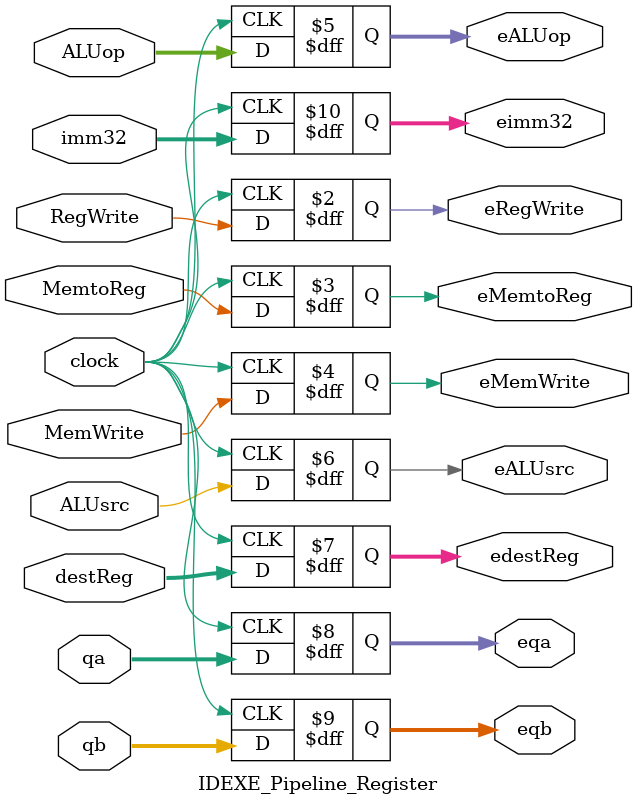
<source format=v>
`timescale 1ns / 1ps
module IDEXE_Pipeline_Register(
    input clock,
    input RegWrite,    //wreg
    input MemtoReg,    //m2reg
    input MemWrite,    //wmem
    input[3:0] ALUop,  //aluc
    input ALUsrc,      //aluimm
    input[4:0] destReg,
    input[31:0] qa,
    input[31:0] qb,
    input[31:0] imm32,
    
    
    output reg eRegWrite,
    output reg eMemtoReg,
    output reg eMemWrite,
    output reg[3:0] eALUop,
    output reg eALUsrc,
    output reg[4:0] edestReg,
    output reg[31:0] eqa,
    output reg[31:0] eqb,
    output reg[31:0] eimm32
    );
    always@(posedge clock) begin
        eRegWrite <= RegWrite;
        eMemtoReg <= MemtoReg;
        eMemWrite <= MemWrite;
        eALUop <= ALUop;
        eALUsrc <= ALUsrc;
        edestReg <= destReg;
        eqa <= qa;
        eqb <= qb;
        eimm32 <= imm32;
    end
endmodule

</source>
